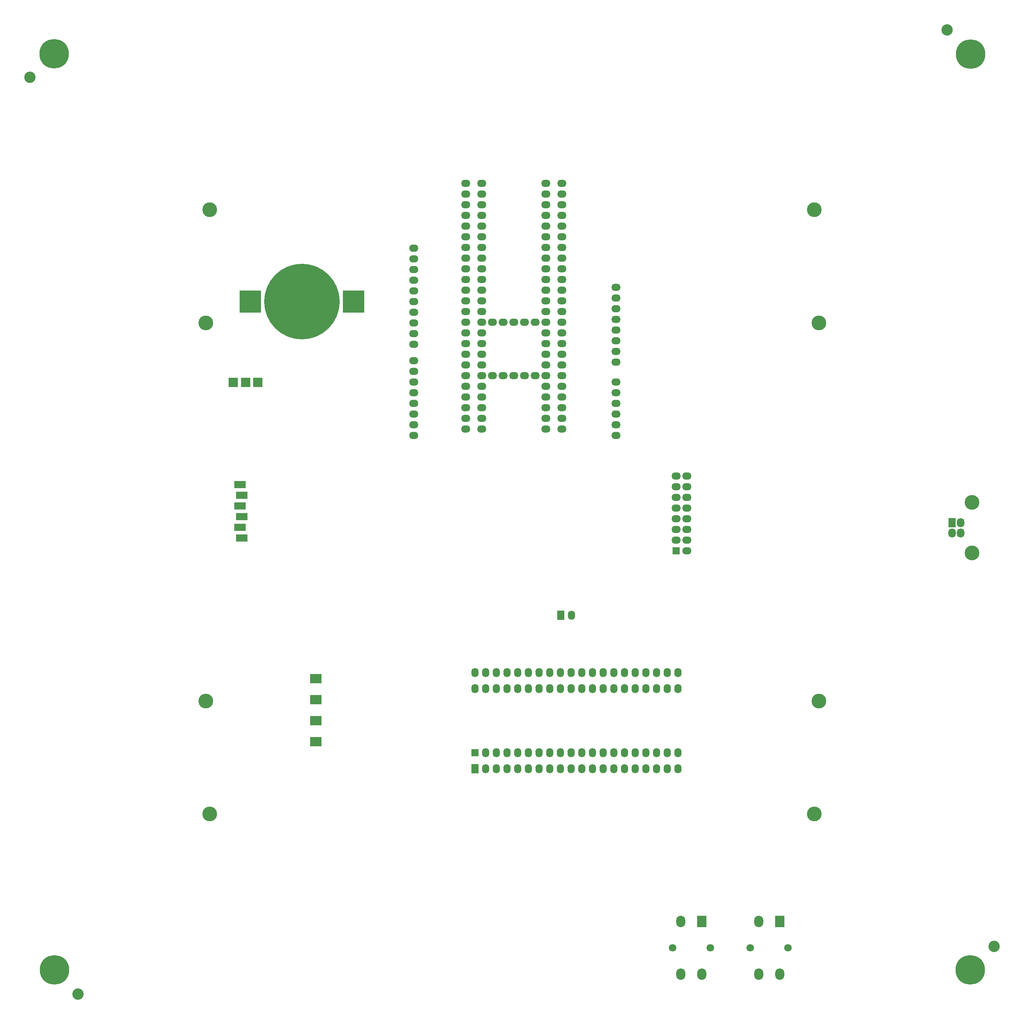
<source format=gbr>
G04 DipTrace 3.0.0.2*
G04 TopMask.gbr*
%MOIN*%
G04 #@! TF.FileFunction,Soldermask,Top*
G04 #@! TF.Part,Single*
%ADD35C,0.137795*%
%ADD36C,0.070866*%
%ADD37C,0.106299*%
%ADD38C,0.275591*%
%ADD46C,0.137795*%
%ADD48O,0.070866X0.086614*%
%ADD50R,0.070866X0.086614*%
%ADD52R,0.106299X0.066929*%
%ADD54R,0.204724X0.207874*%
%ADD56C,0.707874*%
%ADD58O,0.086614X0.066929*%
%ADD60O,0.086614X0.106299*%
%ADD62R,0.086614X0.106299*%
%ADD64R,0.086614X0.086614*%
%ADD66O,0.086614X0.066929*%
%ADD68R,0.106299X0.086614*%
%ADD70O,0.066929X0.086614*%
%ADD72R,0.066929X0.066929*%
%ADD74R,0.066929X0.086614*%
%ADD76O,0.066929X0.086614*%
%FSLAX26Y26*%
G04*
G70*
G90*
G75*
G01*
G04 TopMask*
%LPD*%
D76*
X5671654Y4152756D3*
D74*
X5571654D3*
D72*
X4768504Y2866142D3*
D70*
X4868504D3*
X4968504D3*
X5068504D3*
X5168504D3*
X5268504D3*
X5368504D3*
X5468504D3*
X5568504D3*
X5668504D3*
X5768504D3*
X5868504D3*
X5968504D3*
X6068504D3*
X6168504D3*
X6268504D3*
X6368504D3*
X6468504D3*
X6568504D3*
X6668504D3*
Y3466142D3*
X6568504D3*
X6468504D3*
X6368504D3*
X6268504D3*
X6168504D3*
X6068504D3*
X5968504D3*
X5868504D3*
X5768504D3*
X5668504D3*
X5568504D3*
X5468504D3*
X5368504D3*
X5268504D3*
X5168504D3*
X5068504D3*
X4968504D3*
X4868504D3*
X4768504D3*
D68*
X3280413Y3165600D3*
Y3559301D3*
Y3362450D3*
Y2968749D3*
D66*
X6090551Y6921260D3*
Y7021261D3*
Y7121260D3*
Y7221260D3*
Y6821259D3*
Y6721260D3*
Y6621259D3*
Y6521260D3*
X4196457Y6234794D3*
Y6334795D3*
Y6434794D3*
Y6534794D3*
Y6134793D3*
Y6034794D3*
Y5934793D3*
Y5834794D3*
X4196802Y7090009D3*
Y7190010D3*
Y7290009D3*
Y7390009D3*
Y6990008D3*
Y6890009D3*
Y6790008D3*
Y6690009D3*
Y7490009D3*
Y7590009D3*
X6090551Y5836220D3*
Y5936222D3*
Y6036220D3*
Y6136220D3*
Y6236220D3*
Y6336220D3*
D35*
X2287402Y7948819D3*
X7944882D3*
X2287402Y2291339D3*
X7944882D3*
X7988139Y3348475D3*
X2247983D3*
Y6887845D3*
X7988139D3*
D64*
X2504576Y6331791D3*
X2623325D3*
X2737450Y6331201D3*
D74*
X4768504Y2716142D3*
D70*
X4868504D3*
X4968504D3*
X5068504D3*
X5168504D3*
X5268504D3*
X5368504D3*
X5468504D3*
X5568504D3*
X5668504D3*
X5768504D3*
X5868504D3*
X5968504D3*
X6068504D3*
X6168504D3*
X6268504D3*
X6368504D3*
X6468504D3*
X6568504D3*
X6668504D3*
X6668898Y3615748D3*
X6568898D3*
X6468898D3*
X6368898D3*
X6268898D3*
X6168898D3*
X6068898D3*
X5968898D3*
X5868898D3*
X5768898D3*
X5668898D3*
X5568898D3*
X5468898D3*
X5368898D3*
X5268898D3*
X5168898D3*
X5068898D3*
X4968898D3*
X4868898D3*
X4768898D3*
D62*
X7622047Y1283465D3*
D60*
Y791339D3*
X7425197Y1283465D3*
Y791339D3*
D36*
X7700787Y1037402D3*
X7346457D3*
D37*
X9629685Y1051575D3*
D38*
X9404476Y831790D3*
D37*
X9190551Y9630866D3*
D38*
X9410335Y9405657D3*
D37*
X604173Y9188583D3*
D38*
X829382Y9408367D3*
D37*
X1051575Y606535D3*
D38*
X831790Y831744D3*
D62*
X6893701Y1283465D3*
D60*
Y791339D3*
X6696850Y1283465D3*
Y791339D3*
D36*
X6972441Y1037402D3*
X6618110D3*
D58*
X4684252Y8193701D3*
Y8093701D3*
Y7993701D3*
Y7893701D3*
Y7793701D3*
Y7693701D3*
Y7593701D3*
Y7493701D3*
Y7393701D3*
Y7293701D3*
Y7193701D3*
Y7093701D3*
Y6993701D3*
Y6893701D3*
Y6793701D3*
Y6693701D3*
Y6593701D3*
Y6493701D3*
Y6393701D3*
Y6293701D3*
Y6193701D3*
Y6093701D3*
Y5993701D3*
Y5893701D3*
X5583858Y6893701D3*
Y6793701D3*
Y6693701D3*
Y6593701D3*
Y6493701D3*
Y6393701D3*
Y6293701D3*
Y6193701D3*
Y6093701D3*
Y5993701D3*
Y5893701D3*
Y6993701D3*
Y7093701D3*
Y7193701D3*
Y7293701D3*
Y7393701D3*
Y7493701D3*
Y7593701D3*
Y7693701D3*
Y7793701D3*
Y7893701D3*
Y7993701D3*
Y8093701D3*
Y8193701D3*
X4833858Y8194094D3*
Y8094094D3*
Y7994094D3*
Y7894094D3*
Y7794094D3*
Y7694094D3*
Y7594094D3*
Y7494094D3*
Y7394094D3*
Y7294094D3*
Y7194094D3*
Y7094094D3*
Y6994094D3*
Y6894094D3*
Y6794094D3*
Y6694094D3*
Y6594094D3*
Y6494094D3*
Y6394094D3*
Y6294094D3*
Y6194094D3*
Y6094094D3*
Y5994094D3*
Y5894094D3*
X4933858Y6894094D3*
X5033858D3*
X5133858D3*
X5233858D3*
X5333858D3*
X5433858D3*
Y6794094D3*
Y6694094D3*
Y6594094D3*
Y6494094D3*
Y6394094D3*
Y6294094D3*
Y6194094D3*
Y6094094D3*
Y5994094D3*
Y5894094D3*
Y6994094D3*
Y7094094D3*
Y7194094D3*
Y7294094D3*
Y7394094D3*
Y7494094D3*
Y7594094D3*
Y7694094D3*
Y7794094D3*
Y7894094D3*
Y7994094D3*
Y8094094D3*
Y8194094D3*
X4933858Y6394094D3*
X5033858D3*
X5133858D3*
X5233858D3*
X5333858D3*
D72*
X6653543Y4755660D3*
D66*
X6753543D3*
X6653543Y4855659D3*
X6753543D3*
X6653543Y4955660D3*
X6753543D3*
X6653543Y5055660D3*
X6753543D3*
X6653543Y5155659D3*
X6753543D3*
X6653543Y5255659D3*
X6753543D3*
X6653543Y5355660D3*
X6753543D3*
X6653543Y5455659D3*
X6753543D3*
D56*
X3149606Y7088583D3*
D54*
X3633071Y7089764D3*
X2665748D3*
D52*
X2570866Y4976377D3*
X2586614Y5076386D3*
X2570866Y5176398D3*
X2586614Y5276408D3*
X2570866Y5376417D3*
X2586614Y4876378D3*
D50*
X9236220Y5019685D3*
D48*
Y4921260D3*
X9314961D3*
Y5019685D3*
D46*
X9421654Y4733465D3*
Y5207480D3*
M02*

</source>
